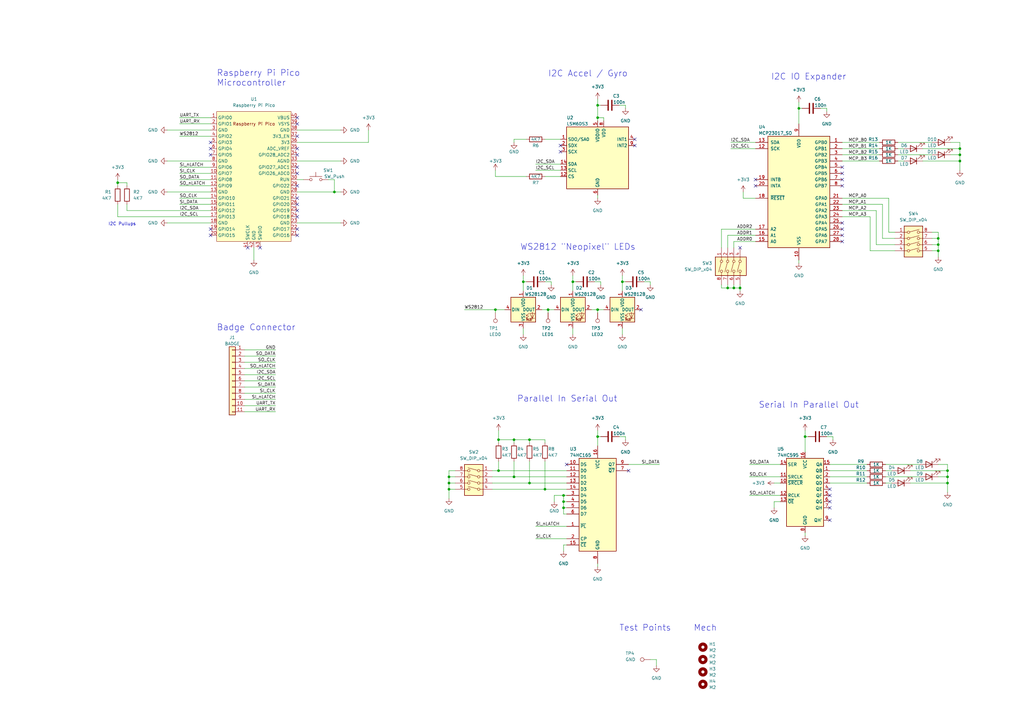
<source format=kicad_sch>
(kicad_sch (version 20230121) (generator eeschema)
  (paper "A3")
  (title_block (title "demo_pcb") (rev "0.1") (company "Josh Johnson"))
  (lib_symbols
    (symbol "74xx:74HC165"
      (property "Reference" "U" (at -7.62 19.05 0))
      (property "Value" "74HC165" (at -7.62 -21.59 0))
      (symbol "74HC165_1_0"
        (pin input line (at -12.7 -10.16 0) (length 5.08) (name "~{PL}") (number "1"))
        (pin input line (at -12.7 15.24 0) (length 5.08) (name "DS") (number "10"))
        (pin input line (at -12.7 12.7 0) (length 5.08) (name "D0") (number "11"))
        (pin input line (at -12.7 10.16 0) (length 5.08) (name "D1") (number "12"))
        (pin input line (at -12.7 7.62 0) (length 5.08) (name "D2") (number "13"))
        (pin input line (at -12.7 5.08 0) (length 5.08) (name "D3") (number "14"))
        (pin input line (at -12.7 -17.78 0) (length 5.08) (name "~{CE}") (number "15"))
        (pin power_in line (at 0 22.86 270) (length 5.08) (name "VCC") (number "16"))
        (pin input line (at -12.7 -15.24 0) (length 5.08) (name "CP") (number "2"))
        (pin input line (at -12.7 2.54 0) (length 5.08) (name "D4") (number "3"))
        (pin input line (at -12.7 0 0) (length 5.08) (name "D5") (number "4"))
        (pin input line (at -12.7 -2.54 0) (length 5.08) (name "D6") (number "5"))
        (pin input line (at -12.7 -5.08 0) (length 5.08) (name "D7") (number "6"))
        (pin output line (at 12.7 12.7 180) (length 5.08) (name "~{Q7}") (number "7"))
        (pin power_in line (at 0 -25.4 90) (length 5.08) (name "GND") (number "8"))
        (pin output line (at 12.7 15.24 180) (length 5.08) (name "Q7") (number "9"))
      )
    )
    (symbol "74xx:74HC595"
      (property "Reference" "U" (at -7.62 13.97 0))
      (property "Value" "74HC595" (at -7.62 -16.51 0))
      (symbol "74HC595_1_0"
        (pin tri_state line (at 10.16 7.62 180) (length 2.54) (name "QB") (number "1"))
        (pin input line (at -10.16 2.54 0) (length 2.54) (name "~{SRCLR}") (number "10"))
        (pin input line (at -10.16 5.08 0) (length 2.54) (name "SRCLK") (number "11"))
        (pin input line (at -10.16 -2.54 0) (length 2.54) (name "RCLK") (number "12"))
        (pin input line (at -10.16 -5.08 0) (length 2.54) (name "~{OE}") (number "13"))
        (pin input line (at -10.16 10.16 0) (length 2.54) (name "SER") (number "14"))
        (pin tri_state line (at 10.16 10.16 180) (length 2.54) (name "QA") (number "15"))
        (pin power_in line (at 0 15.24 270) (length 2.54) (name "VCC") (number "16"))
        (pin tri_state line (at 10.16 5.08 180) (length 2.54) (name "QC") (number "2"))
        (pin tri_state line (at 10.16 2.54 180) (length 2.54) (name "QD") (number "3"))
        (pin tri_state line (at 10.16 0 180) (length 2.54) (name "QE") (number "4"))
        (pin tri_state line (at 10.16 -2.54 180) (length 2.54) (name "QF") (number "5"))
        (pin tri_state line (at 10.16 -5.08 180) (length 2.54) (name "QG") (number "6"))
        (pin tri_state line (at 10.16 -7.62 180) (length 2.54) (name "QH") (number "7"))
        (pin power_in line (at 0 -17.78 90) (length 2.54) (name "GND") (number "8"))
        (pin output line (at 10.16 -12.7 180) (length 2.54) (name "QH'") (number "9"))
      )
    )
    (symbol "Connector:TestPoint" (pin_numbers hide) (pin_names (offset 0.762) hide)
      (property "Reference" "TP" (at 0 6.858 0))
      (property "Value" "TestPoint" (at 0 5.08 0))
      (symbol "TestPoint_1_1"
        (pin passive line (at 0 0 90) (length 2.54) (name "1") (number "1"))
      )
    )
    (symbol "Connector_Generic:Conn_01x11" (pin_names (offset 1.016) hide)
      (property "Reference" "J" (at 0 15.24 0))
      (property "Value" "Conn_01x11" (at 0 -15.24 0))
      (symbol "Conn_01x11_1_1"
        (pin passive line (at -5.08 12.7 0) (length 3.81) (name "Pin_1") (number "1"))
        (pin passive line (at -5.08 -10.16 0) (length 3.81) (name "Pin_10") (number "10"))
        (pin passive line (at -5.08 -12.7 0) (length 3.81) (name "Pin_11") (number "11"))
        (pin passive line (at -5.08 10.16 0) (length 3.81) (name "Pin_2") (number "2"))
        (pin passive line (at -5.08 7.62 0) (length 3.81) (name "Pin_3") (number "3"))
        (pin passive line (at -5.08 5.08 0) (length 3.81) (name "Pin_4") (number "4"))
        (pin passive line (at -5.08 2.54 0) (length 3.81) (name "Pin_5") (number "5"))
        (pin passive line (at -5.08 0 0) (length 3.81) (name "Pin_6") (number "6"))
        (pin passive line (at -5.08 -2.54 0) (length 3.81) (name "Pin_7") (number "7"))
        (pin passive line (at -5.08 -5.08 0) (length 3.81) (name "Pin_8") (number "8"))
        (pin passive line (at -5.08 -7.62 0) (length 3.81) (name "Pin_9") (number "9"))
      )
    )
    (symbol "Device:C" (pin_numbers hide) (pin_names (offset 0.254))
      (property "Reference" "C" (at 0.635 2.54 0))
      (property "Value" "C" (at 0.635 -2.54 0))
      (symbol "C_1_1"
        (pin passive line (at 0 3.81 270) (length 2.794) (name "~") (number "1"))
        (pin passive line (at 0 -3.81 90) (length 2.794) (name "~") (number "2"))
      )
    )
    (symbol "Device:LED" (pin_numbers hide) (pin_names (offset 1.016) hide)
      (property "Reference" "D" (at 0 2.54 0))
      (property "Value" "LED" (at 0 -2.54 0))
      (symbol "LED_1_1"
        (pin passive line (at -3.81 0 0) (length 2.54) (name "K") (number "1"))
        (pin passive line (at 3.81 0 180) (length 2.54) (name "A") (number "2"))
      )
    )
    (symbol "Device:R" (pin_numbers hide) (pin_names (offset 0))
      (property "Reference" "R" (at 2.032 0 90))
      (property "Value" "R" (at 0 0 90))
      (symbol "R_1_1"
        (pin passive line (at 0 3.81 270) (length 1.27) (name "~") (number "1"))
        (pin passive line (at 0 -3.81 90) (length 1.27) (name "~") (number "2"))
      )
    )
    (symbol "Interface_Expansion:MCP23017_SO" (pin_names (offset 1.016))
      (property "Reference" "U" (at -11.43 24.13 0))
      (property "Value" "MCP23017_SO" (at 0 0 0))
      (symbol "MCP23017_SO_1_1"
        (pin bidirectional line (at 17.78 20.32 180) (length 5.08) (name "GPB0") (number "1"))
        (pin power_in line (at 0 -27.94 90) (length 5.08) (name "VSS") (number "10"))
        (pin no_connect line (at -12.7 15.24 0) (length 5.08) hide (name "NC") (number "11"))
        (pin input line (at -17.78 17.78 0) (length 5.08) (name "SCK") (number "12"))
        (pin bidirectional line (at -17.78 20.32 0) (length 5.08) (name "SDA") (number "13"))
        (pin no_connect line (at -12.7 12.7 0) (length 5.08) hide (name "NC") (number "14"))
        (pin input line (at -17.78 -20.32 0) (length 5.08) (name "A0") (number "15"))
        (pin input line (at -17.78 -17.78 0) (length 5.08) (name "A1") (number "16"))
        (pin input line (at -17.78 -15.24 0) (length 5.08) (name "A2") (number "17"))
        (pin input line (at -17.78 -2.54 0) (length 5.08) (name "~{RESET}") (number "18"))
        (pin tri_state line (at -17.78 5.08 0) (length 5.08) (name "INTB") (number "19"))
        (pin bidirectional line (at 17.78 17.78 180) (length 5.08) (name "GPB1") (number "2"))
        (pin tri_state line (at -17.78 2.54 0) (length 5.08) (name "INTA") (number "20"))
        (pin bidirectional line (at 17.78 -2.54 180) (length 5.08) (name "GPA0") (number "21"))
        (pin bidirectional line (at 17.78 -5.08 180) (length 5.08) (name "GPA1") (number "22"))
        (pin bidirectional line (at 17.78 -7.62 180) (length 5.08) (name "GPA2") (number "23"))
        (pin bidirectional line (at 17.78 -10.16 180) (length 5.08) (name "GPA3") (number "24"))
        (pin bidirectional line (at 17.78 -12.7 180) (length 5.08) (name "GPA4") (number "25"))
        (pin bidirectional line (at 17.78 -15.24 180) (length 5.08) (name "GPA5") (number "26"))
        (pin bidirectional line (at 17.78 -17.78 180) (length 5.08) (name "GPA6") (number "27"))
        (pin bidirectional line (at 17.78 -20.32 180) (length 5.08) (name "GPA7") (number "28"))
        (pin bidirectional line (at 17.78 15.24 180) (length 5.08) (name "GPB2") (number "3"))
        (pin bidirectional line (at 17.78 12.7 180) (length 5.08) (name "GPB3") (number "4"))
        (pin bidirectional line (at 17.78 10.16 180) (length 5.08) (name "GPB4") (number "5"))
        (pin bidirectional line (at 17.78 7.62 180) (length 5.08) (name "GPB5") (number "6"))
        (pin bidirectional line (at 17.78 5.08 180) (length 5.08) (name "GPB6") (number "7"))
        (pin bidirectional line (at 17.78 2.54 180) (length 5.08) (name "GPB7") (number "8"))
        (pin power_in line (at 0 27.94 270) (length 5.08) (name "VDD") (number "9"))
      )
    )
    (symbol "LED:WS2812B" (pin_names (offset 0.254))
      (property "Reference" "D" (at 5.08 5.715 0))
      (property "Value" "WS2812B" (at 1.27 -5.715 0))
      (symbol "WS2812B_0_0"
        (text "RGB" (at 2.286 -4.191 0) (effects (font (size 0.762 0.762))))
      )
      (symbol "WS2812B_1_1"
        (pin power_in line (at 0 7.62 270) (length 2.54) (name "VDD") (number "1"))
        (pin output line (at 7.62 0 180) (length 2.54) (name "DOUT") (number "2"))
        (pin power_in line (at 0 -7.62 90) (length 2.54) (name "VSS") (number "3"))
        (pin input line (at -7.62 0 0) (length 2.54) (name "DIN") (number "4"))
      )
    )
    (symbol "MCU_RaspberryPi_and_Boards:RPI Pico"
      (property "Reference" "U" (at -13.97 27.94 0))
      (property "Value" "Raspberry Pi Pico" (at 0 19.05 0))
      (symbol "RPI Pico_0_0"
        (text "Raspberry Pi Pico" (at 0 21.59 0) (effects (font (size 1.27 1.27))))
      )
      (symbol "RPI Pico_1_1"
        (pin bidirectional line (at -17.78 24.13 0) (length 2.54) (name "GPIO0") (number "1"))
        (pin bidirectional line (at -17.78 1.27 0) (length 2.54) (name "GPIO7") (number "10"))
        (pin bidirectional line (at -17.78 -1.27 0) (length 2.54) (name "GPIO8") (number "11"))
        (pin bidirectional line (at -17.78 -3.81 0) (length 2.54) (name "GPIO9") (number "12"))
        (pin power_in line (at -17.78 -6.35 0) (length 2.54) (name "GND") (number "13"))
        (pin bidirectional line (at -17.78 -8.89 0) (length 2.54) (name "GPIO10") (number "14"))
        (pin bidirectional line (at -17.78 -11.43 0) (length 2.54) (name "GPIO11") (number "15"))
        (pin bidirectional line (at -17.78 -13.97 0) (length 2.54) (name "GPIO12") (number "16"))
        (pin bidirectional line (at -17.78 -16.51 0) (length 2.54) (name "GPIO13") (number "17"))
        (pin power_in line (at -17.78 -19.05 0) (length 2.54) (name "GND") (number "18"))
        (pin bidirectional line (at -17.78 -21.59 0) (length 2.54) (name "GPIO14") (number "19"))
        (pin bidirectional line (at -17.78 21.59 0) (length 2.54) (name "GPIO1") (number "2"))
        (pin bidirectional line (at -17.78 -24.13 0) (length 2.54) (name "GPIO15") (number "20"))
        (pin bidirectional line (at 17.78 -24.13 180) (length 2.54) (name "GPIO16") (number "21"))
        (pin bidirectional line (at 17.78 -21.59 180) (length 2.54) (name "GPIO17") (number "22"))
        (pin power_in line (at 17.78 -19.05 180) (length 2.54) (name "GND") (number "23"))
        (pin bidirectional line (at 17.78 -16.51 180) (length 2.54) (name "GPIO18") (number "24"))
        (pin bidirectional line (at 17.78 -13.97 180) (length 2.54) (name "GPIO19") (number "25"))
        (pin bidirectional line (at 17.78 -11.43 180) (length 2.54) (name "GPIO20") (number "26"))
        (pin bidirectional line (at 17.78 -8.89 180) (length 2.54) (name "GPIO21") (number "27"))
        (pin power_in line (at 17.78 -6.35 180) (length 2.54) (name "GND") (number "28"))
        (pin bidirectional line (at 17.78 -3.81 180) (length 2.54) (name "GPIO22") (number "29"))
        (pin power_in line (at -17.78 19.05 0) (length 2.54) (name "GND") (number "3"))
        (pin input line (at 17.78 -1.27 180) (length 2.54) (name "RUN") (number "30"))
        (pin bidirectional line (at 17.78 1.27 180) (length 2.54) (name "GPIO26_ADC0") (number "31"))
        (pin bidirectional line (at 17.78 3.81 180) (length 2.54) (name "GPIO27_ADC1") (number "32"))
        (pin power_in line (at 17.78 6.35 180) (length 2.54) (name "AGND") (number "33"))
        (pin bidirectional line (at 17.78 8.89 180) (length 2.54) (name "GPIO28_ADC2") (number "34"))
        (pin power_in line (at 17.78 11.43 180) (length 2.54) (name "ADC_VREF") (number "35"))
        (pin power_in line (at 17.78 13.97 180) (length 2.54) (name "3V3") (number "36"))
        (pin input line (at 17.78 16.51 180) (length 2.54) (name "3V3_EN") (number "37"))
        (pin bidirectional line (at 17.78 19.05 180) (length 2.54) (name "GND") (number "38"))
        (pin power_in line (at 17.78 21.59 180) (length 2.54) (name "VSYS") (number "39"))
        (pin bidirectional line (at -17.78 16.51 0) (length 2.54) (name "GPIO2") (number "4"))
        (pin power_in line (at 17.78 24.13 180) (length 2.54) (name "VBUS") (number "40"))
        (pin input line (at -2.54 -29.21 90) (length 2.54) (name "SWCLK") (number "41"))
        (pin power_in line (at 0 -29.21 90) (length 2.54) (name "GND") (number "42"))
        (pin bidirectional line (at 2.54 -29.21 90) (length 2.54) (name "SWDIO") (number "43"))
        (pin bidirectional line (at -17.78 13.97 0) (length 2.54) (name "GPIO3") (number "5"))
        (pin bidirectional line (at -17.78 11.43 0) (length 2.54) (name "GPIO4") (number "6"))
        (pin bidirectional line (at -17.78 8.89 0) (length 2.54) (name "GPIO5") (number "7"))
        (pin power_in line (at -17.78 6.35 0) (length 2.54) (name "GND") (number "8"))
        (pin bidirectional line (at -17.78 3.81 0) (length 2.54) (name "GPIO6") (number "9"))
      )
    )
    (symbol "Mechanical:MountingHole" (pin_names (offset 1.016))
      (property "Reference" "H" (at 0 5.08 0))
      (property "Value" "MountingHole" (at 0 3.175 0))
    )
    (symbol "Sensor_Motion:LSM6DS3"
      (property "Reference" "U" (at -11.43 15.24 0))
      (property "Value" "LSM6DS3" (at -11.43 12.7 0))
      (symbol "LSM6DS3_1_1"
        (pin bidirectional line (at -15.24 7.62 0) (length 2.54) (name "SDO/SA0") (number "1"))
        (pin no_connect line (at 12.7 -5.08 180) (length 3.81) hide (name "NC") (number "10"))
        (pin no_connect line (at 12.7 -2.54 180) (length 3.81) hide (name "NC") (number "11"))
        (pin input line (at -15.24 -7.62 0) (length 2.54) (name "CS") (number "12"))
        (pin input line (at -15.24 -5.08 0) (length 2.54) (name "SCL") (number "13"))
        (pin bidirectional line (at -15.24 -2.54 0) (length 2.54) (name "SDA") (number "14"))
        (pin bidirectional line (at -15.24 5.08 0) (length 2.54) (name "SDX") (number "2"))
        (pin input line (at -15.24 2.54 0) (length 2.54) (name "SCX") (number "3"))
        (pin output line (at 15.24 7.62 180) (length 2.54) (name "INT1") (number "4"))
        (pin power_in line (at 0 15.24 270) (length 2.54) (name "VDDIO") (number "5"))
        (pin power_in line (at 0 -15.24 90) (length 2.54) (name "GND") (number "6"))
        (pin passive line (at 0 -15.24 90) (length 2.54) hide (name "GND") (number "7"))
        (pin power_in line (at 2.54 15.24 270) (length 2.54) (name "VDD") (number "8"))
        (pin output line (at 15.24 5.08 180) (length 2.54) (name "INT2") (number "9"))
      )
    )
    (symbol "Switch:SW_DIP_x04" (pin_names (offset 0) hide)
      (property "Reference" "SW" (at 0 8.89 0))
      (property "Value" "SW_DIP_x04" (at 0 -6.35 0))
      (symbol "SW_DIP_x04_1_1"
        (pin passive line (at -7.62 5.08 0) (length 5.08) (name "~") (number "1"))
        (pin passive line (at -7.62 2.54 0) (length 5.08) (name "~") (number "2"))
        (pin passive line (at -7.62 0 0) (length 5.08) (name "~") (number "3"))
        (pin passive line (at -7.62 -2.54 0) (length 5.08) (name "~") (number "4"))
        (pin passive line (at 7.62 -2.54 180) (length 5.08) (name "~") (number "5"))
        (pin passive line (at 7.62 0 180) (length 5.08) (name "~") (number "6"))
        (pin passive line (at 7.62 2.54 180) (length 5.08) (name "~") (number "7"))
        (pin passive line (at 7.62 5.08 180) (length 5.08) (name "~") (number "8"))
      )
    )
    (symbol "Switch:SW_Push" (pin_numbers hide) (pin_names (offset 1.016) hide)
      (property "Reference" "SW" (at 1.27 2.54 0))
      (property "Value" "SW_Push" (at 0 -1.524 0))
      (symbol "SW_Push_0_1"
        (pin passive line (at -5.08 0 0) (length 2.54) (name "1") (number "1"))
        (pin passive line (at 5.08 0 180) (length 2.54) (name "2") (number "2"))
      )
    )
    (symbol "power:+3V3" (power) (pin_names (offset 0))
      (property "Value" "+3V3" (at 0 3.556 0))
      (symbol "+3V3_1_1"
        (pin power_in line (at 0 0 90) (length 0) hide (name "+3V3") (number "1"))
      )
    )
    (symbol "power:GND" (power) (pin_names (offset 0))
      (property "Value" "GND" (at 0 -3.81 0))
      (symbol "GND_1_1"
        (pin power_in line (at 0 0 270) (length 0) hide (name "GND") (number "1"))
      )
    )
  )
  (junction (at 184.15 200.66))
  (junction (at 210.82 180.34))
  (junction (at 384.81 100.33))
  (junction (at 255.27 115.57))
  (junction (at 224.79 127))
  (junction (at 245.11 48.26))
  (junction (at 204.47 180.34))
  (junction (at 330.2 179.07))
  (junction (at 204.47 193.04))
  (junction (at 184.15 198.12))
  (junction (at 384.81 97.79))
  (junction (at 231.14 203.2))
  (junction (at 245.11 179.07))
  (junction (at 231.14 208.28))
  (junction (at 303.53 118.11))
  (junction (at 210.82 195.58))
  (junction (at 214.63 115.57))
  (junction (at 137.16 78.74))
  (junction (at 231.14 205.74))
  (junction (at 203.2 127))
  (junction (at 217.17 180.34))
  (junction (at 327.66 44.45))
  (junction (at 388.62 195.58))
  (junction (at 48.26 74.93))
  (junction (at 388.62 198.12))
  (junction (at 184.15 195.58))
  (junction (at 388.62 193.04))
  (junction (at 393.7 60.96))
  (junction (at 300.99 118.11))
  (junction (at 384.81 102.87))
  (junction (at 217.17 198.12))
  (junction (at 245.11 127))
  (junction (at 393.7 66.04))
  (junction (at 223.52 200.66))
  (junction (at 234.95 115.57))
  (junction (at 393.7 63.5))
  (junction (at 298.45 118.11))
  (junction (at 245.11 43.18))
  (no_connect (at 121.92 63.5))
  (no_connect (at 121.92 60.96))
  (no_connect (at 340.36 205.74))
  (no_connect (at 121.92 76.2))
  (no_connect (at 260.35 57.15))
  (no_connect (at 121.92 83.82))
  (no_connect (at 86.36 93.98))
  (no_connect (at 345.44 93.98))
  (no_connect (at 345.44 68.58))
  (no_connect (at 121.92 48.26))
  (no_connect (at 309.88 76.2))
  (no_connect (at 121.92 50.8))
  (no_connect (at 345.44 99.06))
  (no_connect (at 121.92 88.9))
  (no_connect (at 121.92 55.88))
  (no_connect (at 121.92 86.36))
  (no_connect (at 345.44 71.12))
  (no_connect (at 345.44 96.52))
  (no_connect (at 340.36 200.66))
  (no_connect (at 340.36 213.36))
  (no_connect (at 232.41 190.5))
  (no_connect (at 86.36 96.52))
  (no_connect (at 257.81 193.04))
  (no_connect (at 345.44 73.66))
  (no_connect (at 345.44 76.2))
  (no_connect (at 121.92 71.12))
  (no_connect (at 121.92 81.28))
  (no_connect (at 121.92 96.52))
  (no_connect (at 262.89 127))
  (no_connect (at 101.6 101.6))
  (no_connect (at 86.36 58.42))
  (no_connect (at 345.44 91.44))
  (no_connect (at 303.53 101.6))
  (no_connect (at 340.36 203.2))
  (no_connect (at 121.92 93.98))
  (no_connect (at 106.68 101.6))
  (no_connect (at 229.87 59.69))
  (no_connect (at 121.92 68.58))
  (no_connect (at 309.88 73.66))
  (no_connect (at 260.35 59.69))
  (no_connect (at 86.36 60.96))
  (no_connect (at 340.36 208.28))
  (no_connect (at 229.87 62.23))
  (no_connect (at 86.36 63.5))
  (wire (pts (xy 223.52 57.15) (xy 229.87 57.15)))
  (wire (pts (xy 384.81 190.5) (xy 388.62 190.5)))
  (wire (pts (xy 184.15 200.66) (xy 184.15 204.47)))
  (wire (pts (xy 317.5 205.74) (xy 320.04 205.74)))
  (wire (pts (xy 121.92 53.34) (xy 139.7 53.34)))
  (wire (pts (xy 255.27 115.57) (xy 255.27 119.38)))
  (wire (pts (xy 201.93 198.12) (xy 217.17 198.12)))
  (wire (pts (xy 382.27 95.25) (xy 384.81 95.25)))
  (wire (pts (xy 345.44 86.36) (xy 359.41 86.36)))
  (wire (pts (xy 384.81 95.25) (xy 384.81 97.79)))
  (wire (pts (xy 203.2 128.27) (xy 203.2 127)))
  (wire (pts (xy 368.3 66.04) (xy 370.84 66.04)))
  (wire (pts (xy 245.11 179.07) (xy 245.11 182.88)))
  (wire (pts (xy 223.52 115.57) (xy 226.06 115.57)))
  (wire (pts (xy 121.92 66.04) (xy 139.7 66.04)))
  (wire (pts (xy 303.53 118.11) (xy 303.53 119.38)))
  (wire (pts (xy 100.33 148.59) (xy 113.03 148.59)))
  (wire (pts (xy 73.66 50.8) (xy 86.36 50.8)))
  (wire (pts (xy 356.87 102.87) (xy 367.03 102.87)))
  (wire (pts (xy 257.81 190.5) (xy 270.51 190.5)))
  (wire (pts (xy 223.52 200.66) (xy 232.41 200.66)))
  (wire (pts (xy 223.52 189.23) (xy 223.52 200.66)))
  (wire (pts (xy 368.3 58.42) (xy 382.27 58.42)))
  (wire (pts (xy 86.36 78.74) (xy 68.58 78.74)))
  (wire (pts (xy 219.71 67.31) (xy 229.87 67.31)))
  (wire (pts (xy 73.66 48.26) (xy 86.36 48.26)))
  (wire (pts (xy 100.33 151.13) (xy 113.03 151.13)))
  (wire (pts (xy 368.3 63.5) (xy 382.27 63.5)))
  (wire (pts (xy 269.24 270.51) (xy 269.24 273.05)))
  (wire (pts (xy 217.17 180.34) (xy 223.52 180.34)))
  (wire (pts (xy 255.27 137.16) (xy 255.27 134.62)))
  (wire (pts (xy 245.11 231.14) (xy 245.11 232.41)))
  (wire (pts (xy 345.44 63.5) (xy 360.68 63.5)))
  (wire (pts (xy 100.33 166.37) (xy 113.03 166.37)))
  (wire (pts (xy 295.91 93.98) (xy 309.88 93.98)))
  (wire (pts (xy 388.62 190.5) (xy 388.62 193.04)))
  (wire (pts (xy 232.41 220.98) (xy 219.71 220.98)))
  (wire (pts (xy 363.22 190.5) (xy 377.19 190.5)))
  (wire (pts (xy 345.44 88.9) (xy 356.87 88.9)))
  (wire (pts (xy 210.82 195.58) (xy 232.41 195.58)))
  (wire (pts (xy 382.27 100.33) (xy 384.81 100.33)))
  (wire (pts (xy 242.57 127) (xy 245.11 127)))
  (wire (pts (xy 295.91 118.11) (xy 295.91 116.84)))
  (wire (pts (xy 231.14 205.74) (xy 231.14 208.28)))
  (wire (pts (xy 184.15 193.04) (xy 184.15 195.58)))
  (wire (pts (xy 245.11 127) (xy 247.65 127)))
  (wire (pts (xy 245.11 176.53) (xy 245.11 179.07)))
  (wire (pts (xy 339.09 179.07) (xy 341.63 179.07)))
  (wire (pts (xy 100.33 158.75) (xy 113.03 158.75)))
  (wire (pts (xy 48.26 74.93) (xy 48.26 76.2)))
  (wire (pts (xy 330.2 218.44) (xy 330.2 219.71)))
  (wire (pts (xy 100.33 146.05) (xy 113.03 146.05)))
  (wire (pts (xy 231.14 210.82) (xy 232.41 210.82)))
  (wire (pts (xy 121.92 58.42) (xy 151.13 58.42)))
  (wire (pts (xy 86.36 81.28) (xy 73.66 81.28)))
  (wire (pts (xy 223.52 72.39) (xy 229.87 72.39)))
  (wire (pts (xy 186.69 195.58) (xy 184.15 195.58)))
  (wire (pts (xy 86.36 68.58) (xy 73.66 68.58)))
  (wire (pts (xy 245.11 80.01) (xy 245.11 81.28)))
  (wire (pts (xy 104.14 106.68) (xy 104.14 101.6)))
  (wire (pts (xy 320.04 190.5) (xy 307.34 190.5)))
  (wire (pts (xy 361.95 97.79) (xy 367.03 97.79)))
  (wire (pts (xy 86.36 53.34) (xy 68.58 53.34)))
  (wire (pts (xy 339.09 44.45) (xy 339.09 45.72)))
  (wire (pts (xy 190.5 127) (xy 203.2 127)))
  (wire (pts (xy 300.99 99.06) (xy 300.99 101.6)))
  (wire (pts (xy 327.66 106.68) (xy 327.66 107.95)))
  (wire (pts (xy 204.47 193.04) (xy 232.41 193.04)))
  (wire (pts (xy 393.7 58.42) (xy 393.7 60.96)))
  (wire (pts (xy 266.7 115.57) (xy 266.7 116.84)))
  (wire (pts (xy 100.33 156.21) (xy 113.03 156.21)))
  (wire (pts (xy 345.44 81.28) (xy 364.49 81.28)))
  (wire (pts (xy 388.62 195.58) (xy 388.62 198.12)))
  (wire (pts (xy 245.11 43.18) (xy 245.11 48.26)))
  (wire (pts (xy 100.33 143.51) (xy 113.03 143.51)))
  (wire (pts (xy 254 179.07) (xy 256.54 179.07)))
  (wire (pts (xy 304.8 78.74) (xy 304.8 81.28)))
  (wire (pts (xy 359.41 100.33) (xy 367.03 100.33)))
  (wire (pts (xy 345.44 66.04) (xy 360.68 66.04)))
  (wire (pts (xy 48.26 88.9) (xy 86.36 88.9)))
  (wire (pts (xy 336.55 44.45) (xy 339.09 44.45)))
  (wire (pts (xy 393.7 66.04) (xy 393.7 69.85)))
  (wire (pts (xy 231.14 203.2) (xy 231.14 205.74)))
  (wire (pts (xy 388.62 193.04) (xy 388.62 195.58)))
  (wire (pts (xy 137.16 73.66) (xy 137.16 78.74)))
  (wire (pts (xy 210.82 189.23) (xy 210.82 195.58)))
  (wire (pts (xy 214.63 137.16) (xy 214.63 134.62)))
  (wire (pts (xy 256.54 179.07) (xy 256.54 180.34)))
  (wire (pts (xy 363.22 193.04) (xy 365.76 193.04)))
  (wire (pts (xy 309.88 96.52) (xy 298.45 96.52)))
  (wire (pts (xy 255.27 113.03) (xy 255.27 115.57)))
  (wire (pts (xy 330.2 176.53) (xy 330.2 179.07)))
  (wire (pts (xy 227.33 203.2) (xy 231.14 203.2)))
  (wire (pts (xy 121.92 91.44) (xy 139.7 91.44)))
  (wire (pts (xy 320.04 203.2) (xy 307.34 203.2)))
  (wire (pts (xy 100.33 168.91) (xy 113.03 168.91)))
  (wire (pts (xy 231.14 203.2) (xy 232.41 203.2)))
  (wire (pts (xy 298.45 116.84) (xy 298.45 118.11)))
  (wire (pts (xy 303.53 118.11) (xy 300.99 118.11)))
  (wire (pts (xy 234.95 115.57) (xy 236.22 115.57)))
  (wire (pts (xy 86.36 76.2) (xy 73.66 76.2)))
  (wire (pts (xy 86.36 91.44) (xy 68.58 91.44)))
  (wire (pts (xy 86.36 83.82) (xy 73.66 83.82)))
  (wire (pts (xy 203.2 127) (xy 207.01 127)))
  (wire (pts (xy 151.13 58.42) (xy 151.13 53.34)))
  (wire (pts (xy 201.93 200.66) (xy 223.52 200.66)))
  (wire (pts (xy 384.81 100.33) (xy 384.81 102.87)))
  (wire (pts (xy 100.33 163.83) (xy 113.03 163.83)))
  (wire (pts (xy 345.44 58.42) (xy 360.68 58.42)))
  (wire (pts (xy 361.95 83.82) (xy 361.95 97.79)))
  (wire (pts (xy 264.16 115.57) (xy 266.7 115.57)))
  (wire (pts (xy 330.2 179.07) (xy 330.2 185.42)))
  (wire (pts (xy 384.81 97.79) (xy 384.81 100.33)))
  (wire (pts (xy 203.2 69.85) (xy 203.2 72.39)))
  (wire (pts (xy 217.17 180.34) (xy 217.17 181.61)))
  (wire (pts (xy 224.79 127) (xy 227.33 127)))
  (wire (pts (xy 393.7 60.96) (xy 393.7 63.5)))
  (wire (pts (xy 226.06 115.57) (xy 226.06 116.84)))
  (wire (pts (xy 255.27 115.57) (xy 256.54 115.57)))
  (wire (pts (xy 299.72 58.42) (xy 309.88 58.42)))
  (wire (pts (xy 214.63 115.57) (xy 214.63 119.38)))
  (wire (pts (xy 184.15 195.58) (xy 184.15 198.12)))
  (wire (pts (xy 210.82 180.34) (xy 217.17 180.34)))
  (wire (pts (xy 378.46 66.04) (xy 393.7 66.04)))
  (wire (pts (xy 217.17 198.12) (xy 232.41 198.12)))
  (wire (pts (xy 234.95 113.03) (xy 234.95 115.57)))
  (wire (pts (xy 186.69 193.04) (xy 184.15 193.04)))
  (wire (pts (xy 245.11 179.07) (xy 246.38 179.07)))
  (wire (pts (xy 245.11 128.27) (xy 245.11 127)))
  (wire (pts (xy 340.36 195.58) (xy 355.6 195.58)))
  (wire (pts (xy 378.46 60.96) (xy 393.7 60.96)))
  (wire (pts (xy 86.36 66.04) (xy 68.58 66.04)))
  (wire (pts (xy 245.11 48.26) (xy 247.65 48.26)))
  (wire (pts (xy 245.11 43.18) (xy 246.38 43.18)))
  (wire (pts (xy 52.07 86.36) (xy 86.36 86.36)))
  (wire (pts (xy 345.44 60.96) (xy 360.68 60.96)))
  (wire (pts (xy 368.3 60.96) (xy 370.84 60.96)))
  (wire (pts (xy 100.33 161.29) (xy 113.03 161.29)))
  (wire (pts (xy 100.33 153.67) (xy 113.03 153.67)))
  (wire (pts (xy 134.62 73.66) (xy 137.16 73.66)))
  (wire (pts (xy 231.14 223.52) (xy 231.14 226.06)))
  (wire (pts (xy 231.14 223.52) (xy 232.41 223.52)))
  (wire (pts (xy 52.07 74.93) (xy 52.07 76.2)))
  (wire (pts (xy 393.7 63.5) (xy 393.7 66.04)))
  (wire (pts (xy 73.66 55.88) (xy 86.36 55.88)))
  (wire (pts (xy 217.17 189.23) (xy 217.17 198.12)))
  (wire (pts (xy 356.87 88.9) (xy 356.87 102.87)))
  (wire (pts (xy 388.62 198.12) (xy 388.62 201.93)))
  (wire (pts (xy 204.47 189.23) (xy 204.47 193.04)))
  (wire (pts (xy 320.04 198.12) (xy 317.5 198.12)))
  (wire (pts (xy 227.33 205.74) (xy 227.33 203.2)))
  (wire (pts (xy 320.04 195.58) (xy 307.34 195.58)))
  (wire (pts (xy 121.92 78.74) (xy 137.16 78.74)))
  (wire (pts (xy 186.69 200.66) (xy 184.15 200.66)))
  (wire (pts (xy 86.36 71.12) (xy 73.66 71.12)))
  (wire (pts (xy 86.36 73.66) (xy 73.66 73.66)))
  (wire (pts (xy 48.26 73.66) (xy 48.26 74.93)))
  (wire (pts (xy 234.95 115.57) (xy 234.95 119.38)))
  (wire (pts (xy 204.47 180.34) (xy 210.82 180.34)))
  (wire (pts (xy 382.27 97.79) (xy 384.81 97.79)))
  (wire (pts (xy 224.79 128.27) (xy 224.79 127)))
  (wire (pts (xy 364.49 95.25) (xy 367.03 95.25)))
  (wire (pts (xy 317.5 205.74) (xy 317.5 208.28)))
  (wire (pts (xy 389.89 58.42) (xy 393.7 58.42)))
  (wire (pts (xy 243.84 115.57) (xy 246.38 115.57)))
  (wire (pts (xy 363.22 198.12) (xy 365.76 198.12)))
  (wire (pts (xy 223.52 180.34) (xy 223.52 181.61)))
  (wire (pts (xy 327.66 44.45) (xy 328.93 44.45)))
  (wire (pts (xy 232.41 215.9) (xy 219.71 215.9)))
  (wire (pts (xy 364.49 81.28) (xy 364.49 95.25)))
  (wire (pts (xy 299.72 60.96) (xy 309.88 60.96)))
  (wire (pts (xy 373.38 193.04) (xy 388.62 193.04)))
  (wire (pts (xy 340.36 193.04) (xy 355.6 193.04)))
  (wire (pts (xy 234.95 137.16) (xy 234.95 134.62)))
  (wire (pts (xy 298.45 96.52) (xy 298.45 101.6)))
  (wire (pts (xy 309.88 81.28) (xy 304.8 81.28)))
  (wire (pts (xy 52.07 83.82) (xy 52.07 86.36)))
  (wire (pts (xy 327.66 41.91) (xy 327.66 44.45)))
  (wire (pts (xy 121.92 73.66) (xy 124.46 73.66)))
  (wire (pts (xy 340.36 190.5) (xy 355.6 190.5)))
  (wire (pts (xy 245.11 40.64) (xy 245.11 43.18)))
  (wire (pts (xy 327.66 44.45) (xy 327.66 50.8)))
  (wire (pts (xy 266.7 270.51) (xy 269.24 270.51)))
  (wire (pts (xy 384.81 102.87) (xy 384.81 105.41)))
  (wire (pts (xy 184.15 198.12) (xy 184.15 200.66)))
  (wire (pts (xy 186.69 198.12) (xy 184.15 198.12)))
  (wire (pts (xy 210.82 180.34) (xy 210.82 181.61)))
  (wire (pts (xy 231.14 208.28) (xy 231.14 210.82)))
  (wire (pts (xy 309.88 99.06) (xy 300.99 99.06)))
  (wire (pts (xy 254 43.18) (xy 256.54 43.18)))
  (wire (pts (xy 48.26 83.82) (xy 48.26 88.9)))
  (wire (pts (xy 214.63 115.57) (xy 215.9 115.57)))
  (wire (pts (xy 231.14 205.74) (xy 232.41 205.74)))
  (wire (pts (xy 363.22 195.58) (xy 377.19 195.58)))
  (wire (pts (xy 295.91 93.98) (xy 295.91 101.6)))
  (wire (pts (xy 214.63 113.03) (xy 214.63 115.57)))
  (wire (pts (xy 345.44 83.82) (xy 361.95 83.82)))
  (wire (pts (xy 389.89 63.5) (xy 393.7 63.5)))
  (wire (pts (xy 340.36 198.12) (xy 355.6 198.12)))
  (wire (pts (xy 201.93 195.58) (xy 210.82 195.58)))
  (wire (pts (xy 300.99 118.11) (xy 298.45 118.11)))
  (wire (pts (xy 330.2 179.07) (xy 331.47 179.07)))
  (wire (pts (xy 222.25 127) (xy 224.79 127)))
  (wire (pts (xy 384.81 195.58) (xy 388.62 195.58)))
  (wire (pts (xy 219.71 69.85) (xy 229.87 69.85)))
  (wire (pts (xy 204.47 180.34) (xy 204.47 181.61)))
  (wire (pts (xy 246.38 115.57) (xy 246.38 116.84)))
  (wire (pts (xy 256.54 43.18) (xy 256.54 44.45)))
  (wire (pts (xy 245.11 48.26) (xy 245.11 49.53)))
  (wire (pts (xy 137.16 78.74) (xy 139.7 78.74)))
  (wire (pts (xy 382.27 102.87) (xy 384.81 102.87)))
  (wire (pts (xy 298.45 118.11) (xy 295.91 118.11)))
  (wire (pts (xy 215.9 57.15) (xy 210.82 57.15)))
  (wire (pts (xy 359.41 86.36) (xy 359.41 100.33)))
  (wire (pts (xy 373.38 198.12) (xy 388.62 198.12)))
  (wire (pts (xy 201.93 193.04) (xy 204.47 193.04)))
  (wire (pts (xy 300.99 116.84) (xy 300.99 118.11)))
  (wire (pts (xy 341.63 179.07) (xy 341.63 180.34)))
  (wire (pts (xy 204.47 176.53) (xy 204.47 180.34)))
  (wire (pts (xy 303.53 116.84) (xy 303.53 118.11)))
  (wire (pts (xy 203.2 72.39) (xy 215.9 72.39)))
  (wire (pts (xy 247.65 48.26) (xy 247.65 49.53)))
  (wire (pts (xy 48.26 74.93) (xy 52.07 74.93)))
  (wire (pts (xy 210.82 57.15) (xy 210.82 58.42)))
  (wire (pts (xy 231.14 208.28) (xy 232.41 208.28)))
  (text "Badge Connector" (at 88.9 135.89 0) (effects (font (size 2.5 2.5)) (justify left bottom)))
  (text "I2C IO Expander" (at 316.23 33.02 0) (effects (font (size 2.5 2.5)) (justify left bottom)))
  (text "Parallel In Serial Out" (at 212.09 165.1 0) (effects (font (size 2.5 2.5)) (justify left bottom)))
  (text "Raspberry Pi Pico\nMicrocontroller" (at 88.9 35.56 0) (effects (font (size 2.5 2.5)) (justify left bottom)))
  (text "I2C Pullups" (at 44.45 92.71 0) (effects (font (size 1.27 1.27)) (justify left bottom)))
  (text "WS2812 \"Neopixel\" LEDs" (at 213.36 102.87 0) (effects (font (size 2.5 2.5)) (justify left bottom)))
  (text "Test Points" (at 254 259.08 0) (effects (font (size 2.5 2.5)) (justify left bottom)))
  (text "Mech" (at 284.48 259.08 0) (effects (font (size 2.5 2.5)) (justify left bottom)))
  (text "I2C Accel / Gyro" (at 224.79 31.75 0) (effects (font (size 2.5 2.5)) (justify left bottom)))
  (text "Serial In Parallel Out" (at 311.15 167.64 0) (effects (font (size 2.5 2.5)) (justify left bottom)))
  (label "I2C_SCL" (at 299.72 60.96 0))
  (label "I2C_SDA" (at 219.71 67.31 0))
  (label "I2C_SDA" (at 299.72 58.42 0))
  (label "SO_CLK" (at 113.03 148.59 180))
  (label "SO_nLATCH" (at 113.03 151.13 180))
  (label "MCP_A3" (at 347.98 88.9 0))
  (label "I2C_SCL" (at 219.71 69.85 0))
  (label "SI_CLK" (at 219.71 220.98 0))
  (label "MCP_A2" (at 347.98 86.36 0))
  (label "WS2812" (at 190.5 127 0))
  (label "MCP_B1" (at 347.98 60.96 0))
  (label "ADDR0" (at 302.26 99.06 0))
  (label "MCP_A1" (at 347.98 83.82 0))
  (label "SI_nLATCH" (at 219.71 215.9 0))
  (label "UART_RX" (at 113.03 168.91 180))
  (label "MCP_B3" (at 347.98 66.04 0))
  (label "I2C_SCL" (at 113.03 156.21 180))
  (label "I2C_SCL" (at 73.66 88.9 0))
  (label "ADDR2" (at 302.26 93.98 0))
  (label "SI_nLATCH" (at 73.66 68.58 0))
  (label "SO_nLATCH" (at 73.66 76.2 0))
  (label "SO_CLK" (at 307.34 195.58 0))
  (label "SO_DATA" (at 73.66 73.66 0))
  (label "SI_DATA" (at 270.51 190.5 180))
  (label "UART_TX" (at 113.03 166.37 180))
  (label "MCP_B0" (at 347.98 58.42 0))
  (label "SI_CLK" (at 73.66 71.12 0))
  (label "I2C_SDA" (at 73.66 86.36 0))
  (label "SO_nLATCH" (at 307.34 203.2 0))
  (label "SI_DATA" (at 73.66 83.82 0))
  (label "SI_DATA" (at 113.03 158.75 180))
  (label "UART_RX" (at 73.66 50.8 0))
  (label "MCP_B2" (at 347.98 63.5 0))
  (label "UART_TX" (at 73.66 48.26 0))
  (label "GND" (at 113.03 143.51 180))
  (label "SO_DATA" (at 113.03 146.05 180))
  (label "SI_CLK" (at 113.03 161.29 180))
  (label "SO_CLK" (at 73.66 81.28 0))
  (label "WS2812" (at 73.66 55.88 0))
  (label "MCP_A0" (at 347.98 81.28 0))
  (label "I2C_SDA" (at 113.03 153.67 180))
  (label "SI_nLATCH" (at 113.03 163.83 180))
  (label "ADDR1" (at 302.26 96.52 0))
  (label "SO_DATA" (at 307.34 190.5 0))
  (symbol (lib_id "power:GND") (at 246.38 116.84 0) (unit 1)
    (property "Reference" "#PWR016" (effects hide))
    (property "Value" "GND" (at 246.38 121.92 0))
  )
  (symbol (lib_id "power:GND") (at 226.06 116.84 0) (unit 1)
    (property "Reference" "#PWR012" (effects hide))
    (property "Value" "GND" (at 226.06 121.92 0))
  )
  (symbol (lib_id "power:GND") (at 68.58 53.34 270) (mirror x) (unit 1)
    (property "Reference" "#PWR08" (effects hide))
    (property "Value" "GND" (at 64.77 53.34 90) (effects (justify right)))
  )
  (symbol (lib_id "power:GND") (at 393.7 69.85 0) (unit 1)
    (property "Reference" "#PWR031" (effects hide))
    (property "Value" "GND" (at 393.7 74.93 0))
  )
  (symbol (lib_id "power:+3V3") (at 327.66 41.91 0) (unit 1)
    (property "Reference" "#PWR026" (effects hide))
    (property "Value" "+3V3" (at 327.66 36.83 0))
  )
  (symbol (lib_id "MCU_RaspberryPi_and_Boards:RPI Pico") (at 104.14 72.39 0) (unit 1)
    (property "Reference" "U1" (at 104.14 40.64 0))
    (property "Value" "Raspberry Pi Pico" (at 104.14 43.18 0))
    (property "Footprint" "josh-module:RPi_Pico_SMD_TH" (effects hide))
  )
  (symbol (lib_id "power:GND") (at 104.14 106.68 0) (unit 1)
    (property "Reference" "#PWR05" (effects hide))
    (property "Value" "GND" (at 104.14 111.76 0))
  )
  (symbol (lib_id "power:+3V3") (at 214.63 113.03 0) (unit 1)
    (property "Reference" "#PWR013" (effects hide))
    (property "Value" "+3V3" (at 214.63 107.95 0))
  )
  (symbol (lib_id "power:GND") (at 341.63 180.34 0) (unit 1)
    (property "Reference" "#PWR034" (effects hide))
    (property "Value" "GND" (at 341.63 185.42 0))
  )
  (symbol (lib_id "Device:C") (at 250.19 43.18 90) (unit 1)
    (property "Reference" "C3" (at 252.73 39.37 90))
    (property "Value" "100n" (at 254 41.91 90))
    (property "Footprint" "Capacitor_SMD:C_0603_1608Metric" (effects hide))
    (property "LCSC" "C14663" (effects hide))
  )
  (symbol (lib_id "Connector_Generic:Conn_01x11") (at 95.25 156.21 0) (mirror y) (unit 1)
    (property "Reference" "J1" (at 95.25 138.43 0))
    (property "Value" "BADGE" (at 95.25 140.97 0))
    (property "Footprint" "Connector_PinSocket_2.54mm:PinSocket_1x11_P2.54mm_Horizontal" (effects hide))
  )
  (symbol (lib_id "Connector:TestPoint") (at 266.7 270.51 90) (unit 1)
    (property "Reference" "TP4" (at 256.54 267.97 90) (effects (justify right)))
    (property "Value" "GND" (at 256.54 270.51 90) (effects (justify right)))
    (property "Footprint" "josh-connectors:PinHeader_1x01_P2.54mm_Circle" (effects hide))
  )
  (symbol (lib_id "74xx:74HC165") (at 245.11 205.74 0) (unit 1)
    (property "Reference" "U3" (at 233.68 184.15 0) (effects (justify left)))
    (property "Value" "74HC165" (at 233.68 186.69 0) (effects (justify left)))
    (property "Footprint" "Package_SO:SO-16_3.9x9.9mm_P1.27mm" (effects hide))
    (property "Datasheet" "https://assets.nexperia.com/documents/data-sheet/74HC_HCT165.pdf" (effects hide))
    (property "LCSC" "C5613" (effects hide))
  )
  (symbol (lib_id "power:GND") (at 231.14 226.06 0) (mirror y) (unit 1)
    (property "Reference" "#PWR044" (effects hide))
    (property "Value" "GND" (at 231.14 231.14 0))
  )
  (symbol (lib_id "Connector:TestPoint") (at 224.79 128.27 180) (unit 1)
    (property "Reference" "TP2" (at 222.25 134.62 0) (effects (justify right)))
    (property "Value" "LED1" (at 222.25 137.16 0) (effects (justify right)))
    (property "Footprint" "josh-connectors:PinHeader_1x01_P2.54mm_Circle" (effects hide))
  )
  (symbol (lib_id "Sensor_Motion:LSM6DS3") (at 245.11 64.77 0) (unit 1)
    (property "Reference" "U2" (at 232.41 48.26 0) (effects (justify left)))
    (property "Value" "LSM6DS3" (at 232.41 50.8 0) (effects (justify left)))
    (property "Footprint" "Package_LGA:LGA-14_3x2.5mm_P0.5mm_LayoutBorder3x4y" (effects hide))
    (property "Datasheet" "https://www.st.com/resource/en/datasheet/lsm6ds3tr-c.pdf" (effects hide))
    (property "LCSC" "C95230" (effects hide))
  )
  (symbol (lib_id "Device:R") (at 364.49 58.42 90) (unit 1)
    (property "Reference" "R13" (at 358.14 57.15 90))
    (property "Value" "1K" (at 364.49 58.42 90))
    (property "Footprint" "Resistor_SMD:R_0603_1608Metric" (effects hide))
    (property "LCSC" "C21190" (effects hide))
  )
  (symbol (lib_id "Mechanical:MountingHole") (at 288.29 265.43 0) (unit 1) (in_bom no)
    (property "Reference" "H1" (at 290.83 264.16 0) (effects (justify left)))
    (property "Value" "M2" (at 290.83 266.7 0) (effects (justify left)))
    (property "Footprint" "MountingHole:MountingHole_2.2mm_M2_DIN965_Pad" (effects hide))
  )
  (symbol (lib_id "power:GND") (at 245.11 232.41 0) (mirror y) (unit 1)
    (property "Reference" "#PWR039" (effects hide))
    (property "Value" "GND" (at 245.11 237.49 0))
  )
  (symbol (lib_id "Interface_Expansion:MCP23017_SO") (at 327.66 78.74 0) (unit 1)
    (property "Reference" "U4" (at 311.15 52.07 0) (effects (justify left)))
    (property "Value" "MCP23017_SO" (at 311.15 54.61 0) (effects (justify left)))
    (property "Footprint" "Package_SO:SOIC-28W_7.5x17.9mm_P1.27mm" (effects hide))
    (property "Datasheet" "http://ww1.microchip.com/downloads/en/DeviceDoc/20001952C.pdf" (effects hide))
    (property "LCSC" "C629440" (effects hide))
  )
  (symbol (lib_id "power:GND") (at 214.63 137.16 0) (unit 1)
    (property "Reference" "#PWR011" (effects hide))
    (property "Value" "GND" (at 214.63 142.24 0))
  )
  (symbol (lib_id "Device:R") (at 217.17 185.42 0) (unit 1)
    (property "Reference" "R5" (at 218.44 184.15 0) (effects (justify left)))
    (property "Value" "4K7" (at 218.44 186.69 0) (effects (justify left)))
    (property "Footprint" "Resistor_SMD:R_0603_1608Metric" (effects hide))
    (property "LCSC" "C23162" (effects hide))
  )
  (symbol (lib_id "power:+3V3") (at 203.2 69.85 0) (unit 1)
    (property "Reference" "#PWR020" (effects hide))
    (property "Value" "+3V3" (at 203.2 66.04 0))
  )
  (symbol (lib_id "power:GND") (at 139.7 66.04 90) (mirror x) (unit 1)
    (property "Reference" "#PWR03" (effects hide))
    (property "Value" "GND" (at 143.51 66.04 90) (effects (justify right)))
  )
  (symbol (lib_id "power:GND") (at 234.95 137.16 0) (unit 1)
    (property "Reference" "#PWR015" (effects hide))
    (property "Value" "GND" (at 234.95 142.24 0))
  )
  (symbol (lib_id "power:GND") (at 256.54 180.34 0) (unit 1)
    (property "Reference" "#PWR036" (effects hide))
    (property "Value" "GND" (at 256.54 185.42 0))
  )
  (symbol (lib_id "Device:R") (at 210.82 185.42 0) (unit 1)
    (property "Reference" "R4" (at 212.09 184.15 0) (effects (justify left)))
    (property "Value" "4K7" (at 212.09 186.69 0) (effects (justify left)))
    (property "Footprint" "Resistor_SMD:R_0603_1608Metric" (effects hide))
    (property "LCSC" "C23162" (effects hide))
  )
  (symbol (lib_id "power:GND") (at 210.82 58.42 0) (unit 1)
    (property "Reference" "#PWR025" (effects hide))
    (property "Value" "GND" (at 210.82 62.23 0))
  )
  (symbol (lib_id "Device:C") (at 250.19 179.07 90) (unit 1)
    (property "Reference" "C4" (at 252.73 175.26 90))
    (property "Value" "100n" (at 254 177.8 90))
    (property "Footprint" "Capacitor_SMD:C_0603_1608Metric" (effects hide))
    (property "LCSC" "C14663" (effects hide))
  )
  (symbol (lib_id "power:+3V3") (at 330.2 176.53 0) (unit 1)
    (property "Reference" "#PWR033" (effects hide))
    (property "Value" "+3V3" (at 330.2 171.45 0))
  )
  (symbol (lib_id "power:GND") (at 388.62 201.93 0) (unit 1)
    (property "Reference" "#PWR041" (effects hide))
    (property "Value" "GND" (at 388.62 207.01 0))
  )
  (symbol (lib_id "power:GND") (at 139.7 78.74 90) (mirror x) (unit 1)
    (property "Reference" "#PWR02" (effects hide))
    (property "Value" "GND" (at 143.51 78.74 90) (effects (justify right)))
  )
  (symbol (lib_id "power:+3V3") (at 304.8 78.74 0) (unit 1)
    (property "Reference" "#PWR028" (effects hide))
    (property "Value" "+3V3" (at 304.8 73.66 0))
  )
  (symbol (lib_id "74xx:74HC595") (at 330.2 200.66 0) (unit 1)
    (property "Reference" "U5" (at 318.77 184.15 0) (effects (justify left)))
    (property "Value" "74HC595" (at 318.77 186.69 0) (effects (justify left)))
    (property "Footprint" "Package_SO:SO-16_3.9x9.9mm_P1.27mm" (effects hide))
    (property "Datasheet" "http://www.ti.com/lit/ds/symlink/sn74hc595.pdf" (effects hide))
    (property "LCSC" "C5947" (effects hide))
  )
  (symbol (lib_id "Device:R") (at 359.41 190.5 90) (unit 1)
    (property "Reference" "R9" (at 353.06 189.23 90))
    (property "Value" "1K" (at 359.41 190.5 90))
    (property "Footprint" "Resistor_SMD:R_0603_1608Metric" (effects hide))
    (property "LCSC" "C21190" (effects hide))
  )
  (symbol (lib_id "Switch:SW_Push") (at 129.54 73.66 0) (unit 1)
    (property "Reference" "SW1" (at 134.62 69.85 0))
    (property "Value" "SW_Push" (at 137.16 72.39 0))
    (property "Footprint" "josh-buttons-switches:SW_SPST_PTS810" (effects hide))
  )
  (symbol (lib_id "Device:LED") (at 374.65 60.96 180) (unit 1)
    (property "Reference" "D6" (at 370.84 59.69 0))
    (property "Value" "LED" (at 370.84 62.23 0))
    (property "Footprint" "LED_SMD:LED_0603_1608Metric" (effects hide))
    (property "LCSC" "C2286" (effects hide))
  )
  (symbol (lib_id "power:GND") (at 139.7 91.44 90) (mirror x) (unit 1)
    (property "Reference" "#PWR01" (effects hide))
    (property "Value" "GND" (at 143.51 91.44 90) (effects (justify right)))
  )
  (symbol (lib_id "Device:LED") (at 369.57 198.12 180) (unit 1)
    (property "Reference" "D5" (at 365.76 196.85 0))
    (property "Value" "LED" (at 365.76 199.39 0))
    (property "Footprint" "LED_SMD:LED_0603_1608Metric" (effects hide))
    (property "LCSC" "C2286" (effects hide))
  )
  (symbol (lib_id "power:GND") (at 245.11 81.28 0) (unit 1)
    (property "Reference" "#PWR024" (effects hide))
    (property "Value" "GND" (at 245.11 86.36 0))
  )
  (symbol (lib_id "Device:R") (at 48.26 80.01 0) (mirror y) (unit 1)
    (property "Reference" "R1" (at 45.72 78.74 0) (effects (justify left)))
    (property "Value" "4K7" (at 45.72 81.28 0) (effects (justify left)))
    (property "Footprint" "Resistor_SMD:R_0603_1608Metric" (effects hide))
    (property "LCSC" "C23162" (effects hide))
  )
  (symbol (lib_id "Switch:SW_DIP_x04") (at 300.99 109.22 90) (mirror x) (unit 1)
    (property "Reference" "SW3" (at 292.1 107.95 90) (effects (justify left)))
    (property "Value" "SW_DIP_x04" (at 292.1 110.49 90) (effects (justify left)))
    (property "Footprint" "Button_Switch_THT:SW_DIP_SPSTx04_Slide_9.78x12.34mm_W7.62mm_P2.54mm" (effects hide))
    (property "LCSC" "C99418" (effects hide))
  )
  (symbol (lib_id "Connector:TestPoint") (at 245.11 128.27 180) (unit 1)
    (property "Reference" "TP3" (at 242.57 134.62 0) (effects (justify right)))
    (property "Value" "LED2" (at 242.57 137.16 0) (effects (justify right)))
    (property "Footprint" "josh-connectors:PinHeader_1x01_P2.54mm_Circle" (effects hide))
  )
  (symbol (lib_id "Switch:SW_DIP_x04") (at 374.65 100.33 0) (unit 1)
    (property "Reference" "SW4" (at 374.65 87.63 0))
    (property "Value" "SW_DIP_x04" (at 374.65 90.17 0))
    (property "Footprint" "Button_Switch_THT:SW_DIP_SPSTx04_Slide_9.78x12.34mm_W7.62mm_P2.54mm" (effects hide))
    (property "LCSC" "C99418" (effects hide))
  )
  (symbol (lib_id "Device:R") (at 223.52 185.42 0) (unit 1)
    (property "Reference" "R8" (at 224.79 184.15 0) (effects (justify left)))
    (property "Value" "4K7" (at 224.79 186.69 0) (effects (justify left)))
    (property "Footprint" "Resistor_SMD:R_0603_1608Metric" (effects hide))
    (property "LCSC" "C23162" (effects hide))
  )
  (symbol (lib_id "LED:WS2812B") (at 234.95 127 0) (unit 1)
    (property "Reference" "D2" (at 237.49 118.11 0))
    (property "Value" "WS2812B" (at 240.03 120.65 0))
    (property "Footprint" "LED_SMD:LED_WS2812B_PLCC4_5.0x5.0mm_P3.2mm" (effects hide))
    (property "Datasheet" "https://cdn-shop.adafruit.com/datasheets/WS2812B.pdf" (effects hide))
  )
  (symbol (lib_id "Mechanical:MountingHole") (at 288.29 280.67 0) (unit 1) (in_bom no)
    (property "Reference" "H4" (at 290.83 279.4 0) (effects (justify left)))
    (property "Value" "M2" (at 290.83 281.94 0) (effects (justify left)))
    (property "Footprint" "MountingHole:MountingHole_2.2mm_M2_DIN965_Pad" (effects hide))
  )
  (symbol (lib_id "power:GND") (at 384.81 105.41 0) (unit 1)
    (property "Reference" "#PWR029" (effects hide))
    (property "Value" "GND" (at 384.81 110.49 0))
  )
  (symbol (lib_id "power:GND") (at 330.2 219.71 0) (mirror y) (unit 1)
    (property "Reference" "#PWR040" (effects hide))
    (property "Value" "GND" (at 330.2 224.79 0))
  )
  (symbol (lib_id "Device:LED") (at 381 190.5 180) (unit 1)
    (property "Reference" "D8" (at 377.19 189.23 0))
    (property "Value" "LED" (at 377.19 191.77 0))
    (property "Footprint" "LED_SMD:LED_0603_1608Metric" (effects hide))
    (property "LCSC" "C2286" (effects hide))
  )
  (symbol (lib_id "Device:R") (at 219.71 72.39 90) (unit 1)
    (property "Reference" "R7" (at 219.71 74.93 90))
    (property "Value" "4K7" (at 219.71 72.39 90))
    (property "Footprint" "Resistor_SMD:R_0603_1608Metric" (effects hide))
    (property "LCSC" "C23162" (effects hide))
  )
  (symbol (lib_id "Device:C") (at 240.03 115.57 90) (unit 1)
    (property "Reference" "C2" (at 242.57 111.76 90))
    (property "Value" "100n" (at 243.84 114.3 90))
    (property "Footprint" "Capacitor_SMD:C_0603_1608Metric" (effects hide))
    (property "LCSC" "C14663" (effects hide))
  )
  (symbol (lib_id "Device:R") (at 359.41 195.58 90) (unit 1)
    (property "Reference" "R11" (at 353.06 194.31 90))
    (property "Value" "1K" (at 359.41 195.58 90))
    (property "Footprint" "Resistor_SMD:R_0603_1608Metric" (effects hide))
    (property "LCSC" "C21190" (effects hide))
  )
  (symbol (lib_id "Device:LED") (at 374.65 66.04 180) (unit 1)
    (property "Reference" "D7" (at 370.84 64.77 0))
    (property "Value" "LED" (at 370.84 67.31 0))
    (property "Footprint" "LED_SMD:LED_0603_1608Metric" (effects hide))
    (property "LCSC" "C2286" (effects hide))
  )
  (symbol (lib_id "power:+3V3") (at 234.95 113.03 0) (unit 1)
    (property "Reference" "#PWR014" (effects hide))
    (property "Value" "+3V3" (at 234.95 107.95 0))
  )
  (symbol (lib_id "Device:C") (at 332.74 44.45 90) (unit 1)
    (property "Reference" "C6" (at 335.28 40.64 90))
    (property "Value" "100n" (at 336.55 43.18 90))
    (property "Footprint" "Capacitor_SMD:C_0603_1608Metric" (effects hide))
    (property "LCSC" "C14663" (effects hide))
  )
  (symbol (lib_id "power:GND") (at 269.24 273.05 0) (unit 1)
    (property "Reference" "#PWR046" (effects hide))
    (property "Value" "GND" (at 269.24 278.13 0))
  )
  (symbol (lib_id "power:GND") (at 327.66 107.95 0) (unit 1)
    (property "Reference" "#PWR030" (effects hide))
    (property "Value" "GND" (at 327.66 113.03 0))
  )
  (symbol (lib_id "Mechanical:MountingHole") (at 288.29 275.59 0) (unit 1) (in_bom no)
    (property "Reference" "H3" (at 290.83 274.32 0) (effects (justify left)))
    (property "Value" "M2" (at 290.83 276.86 0) (effects (justify left)))
    (property "Footprint" "MountingHole:MountingHole_2.2mm_M2_DIN965_Pad" (effects hide))
  )
  (symbol (lib_id "Device:R") (at 359.41 193.04 90) (unit 1)
    (property "Reference" "R10" (at 353.06 191.77 90))
    (property "Value" "1K" (at 359.41 193.04 90))
    (property "Footprint" "Resistor_SMD:R_0603_1608Metric" (effects hide))
    (property "LCSC" "C21190" (effects hide))
  )
  (symbol (lib_id "Device:LED") (at 381 195.58 180) (unit 1)
    (property "Reference" "D9" (at 377.19 194.31 0))
    (property "Value" "LED" (at 377.19 196.85 0))
    (property "Footprint" "LED_SMD:LED_0603_1608Metric" (effects hide))
    (property "LCSC" "C2286" (effects hide))
  )
  (symbol (lib_id "Device:C") (at 335.28 179.07 90) (unit 1)
    (property "Reference" "C7" (at 337.82 175.26 90))
    (property "Value" "100n" (at 339.09 177.8 90))
    (property "Footprint" "Capacitor_SMD:C_0603_1608Metric" (effects hide))
    (property "LCSC" "C14663" (effects hide))
  )
  (symbol (lib_id "Device:R") (at 359.41 198.12 90) (unit 1)
    (property "Reference" "R12" (at 353.06 196.85 90))
    (property "Value" "1K" (at 359.41 198.12 90))
    (property "Footprint" "Resistor_SMD:R_0603_1608Metric" (effects hide))
    (property "LCSC" "C21190" (effects hide))
  )
  (symbol (lib_id "power:GND") (at 227.33 205.74 0) (mirror y) (unit 1)
    (property "Reference" "#PWR038" (effects hide))
    (property "Value" "GND" (at 227.33 209.55 0))
  )
  (symbol (lib_id "power:+3V3") (at 245.11 176.53 0) (unit 1)
    (property "Reference" "#PWR035" (effects hide))
    (property "Value" "+3V3" (at 245.11 171.45 0))
  )
  (symbol (lib_id "power:+3V3") (at 317.5 198.12 90) (unit 1)
    (property "Reference" "#PWR045" (effects hide))
    (property "Value" "+3V3" (at 313.69 198.12 90) (effects (justify left)))
  )
  (symbol (lib_id "Device:C") (at 219.71 115.57 90) (unit 1)
    (property "Reference" "C1" (at 222.25 111.76 90))
    (property "Value" "100n" (at 223.52 114.3 90))
    (property "Footprint" "Capacitor_SMD:C_0603_1608Metric" (effects hide))
    (property "LCSC" "C14663" (effects hide))
  )
  (symbol (lib_id "power:GND") (at 339.09 45.72 0) (unit 1)
    (property "Reference" "#PWR027" (effects hide))
    (property "Value" "GND" (at 339.09 50.8 0))
  )
  (symbol (lib_id "Device:R") (at 364.49 63.5 90) (unit 1)
    (property "Reference" "R15" (at 358.14 62.23 90))
    (property "Value" "1K" (at 364.49 63.5 90))
    (property "Footprint" "Resistor_SMD:R_0603_1608Metric" (effects hide))
    (property "LCSC" "C21190" (effects hide))
  )
  (symbol (lib_id "power:GND") (at 68.58 91.44 270) (unit 1)
    (property "Reference" "#PWR06" (effects hide))
    (property "Value" "GND" (at 64.77 91.44 90) (effects (justify right)))
  )
  (symbol (lib_id "power:GND") (at 303.53 119.38 0) (unit 1)
    (property "Reference" "#PWR032" (effects hide))
    (property "Value" "GND" (at 303.53 124.46 0))
  )
  (symbol (lib_id "power:+3V3") (at 48.26 73.66 0) (unit 1)
    (property "Reference" "#PWR021" (effects hide))
    (property "Value" "+3V3" (at 48.26 68.58 0))
  )
  (symbol (lib_id "power:GND") (at 68.58 66.04 270) (unit 1)
    (property "Reference" "#PWR09" (effects hide))
    (property "Value" "GND" (at 64.77 66.04 90) (effects (justify right)))
  )
  (symbol (lib_id "power:+3V3") (at 245.11 40.64 0) (unit 1)
    (property "Reference" "#PWR022" (effects hide))
    (property "Value" "+3V3" (at 245.11 35.56 0))
  )
  (symbol (lib_id "LED:WS2812B") (at 255.27 127 0) (unit 1)
    (property "Reference" "D3" (at 257.81 118.11 0))
    (property "Value" "WS2812B" (at 260.35 120.65 0))
    (property "Footprint" "LED_SMD:LED_WS2812B_PLCC4_5.0x5.0mm_P3.2mm" (effects hide))
    (property "Datasheet" "https://cdn-shop.adafruit.com/datasheets/WS2812B.pdf" (effects hide))
  )
  (symbol (lib_id "power:+3V3") (at 204.47 176.53 0) (unit 1)
    (property "Reference" "#PWR043" (effects hide))
    (property "Value" "+3V3" (at 204.47 171.45 0))
  )
  (symbol (lib_id "Device:R") (at 364.49 60.96 90) (unit 1)
    (property "Reference" "R14" (at 358.14 59.69 90))
    (property "Value" "1K" (at 364.49 60.96 90))
    (property "Footprint" "Resistor_SMD:R_0603_1608Metric" (effects hide))
    (property "LCSC" "C21190" (effects hide))
  )
  (symbol (lib_id "power:+3V3") (at 255.27 113.03 0) (unit 1)
    (property "Reference" "#PWR017" (effects hide))
    (property "Value" "+3V3" (at 255.27 107.95 0))
  )
  (symbol (lib_id "Device:LED") (at 386.08 63.5 180) (unit 1)
    (property "Reference" "D11" (at 382.27 62.23 0))
    (property "Value" "LED" (at 382.27 64.77 0))
    (property "Footprint" "LED_SMD:LED_0603_1608Metric" (effects hide))
    (property "LCSC" "C2286" (effects hide))
  )
  (symbol (lib_id "power:GND") (at 266.7 116.84 0) (unit 1)
    (property "Reference" "#PWR019" (effects hide))
    (property "Value" "GND" (at 266.7 121.92 0))
  )
  (symbol (lib_id "Device:R") (at 204.47 185.42 0) (unit 1)
    (property "Reference" "R3" (at 205.74 184.15 0) (effects (justify left)))
    (property "Value" "4K7" (at 205.74 186.69 0) (effects (justify left)))
    (property "Footprint" "Resistor_SMD:R_0603_1608Metric" (effects hide))
    (property "LCSC" "C23162" (effects hide))
  )
  (symbol (lib_id "Device:LED") (at 369.57 193.04 180) (unit 1)
    (property "Reference" "D4" (at 365.76 191.77 0))
    (property "Value" "LED" (at 365.76 194.31 0))
    (property "Footprint" "LED_SMD:LED_0603_1608Metric" (effects hide))
    (property "LCSC" "C2286" (effects hide))
  )
  (symbol (lib_id "Switch:SW_DIP_x04") (at 194.31 198.12 0) (mirror y) (unit 1)
    (property "Reference" "SW2" (at 194.31 185.42 0))
    (property "Value" "SW_DIP_x04" (at 194.31 187.96 0))
    (property "Footprint" "Button_Switch_THT:SW_DIP_SPSTx04_Slide_9.78x12.34mm_W7.62mm_P2.54mm" (effects hide))
    (property "LCSC" "C99418" (effects hide))
  )
  (symbol (lib_id "Device:R") (at 52.07 80.01 0) (unit 1)
    (property "Reference" "R2" (at 54.61 78.74 0) (effects (justify left)))
    (property "Value" "4K7" (at 54.61 81.28 0) (effects (justify left)))
    (property "Footprint" "Resistor_SMD:R_0603_1608Metric" (effects hide))
    (property "LCSC" "C23162" (effects hide))
  )
  (symbol (lib_id "power:GND") (at 184.15 204.47 0) (mirror y) (unit 1)
    (property "Reference" "#PWR037" (effects hide))
    (property "Value" "GND" (at 184.15 209.55 0))
  )
  (symbol (lib_id "LED:WS2812B") (at 214.63 127 0) (unit 1)
    (property "Reference" "D1" (at 217.17 118.11 0))
    (property "Value" "WS2812B" (at 219.71 120.65 0))
    (property "Footprint" "LED_SMD:LED_WS2812B_PLCC4_5.0x5.0mm_P3.2mm" (effects hide))
    (property "Datasheet" "https://cdn-shop.adafruit.com/datasheets/WS2812B.pdf" (effects hide))
  )
  (symbol (lib_id "Device:R") (at 364.49 66.04 90) (unit 1)
    (property "Reference" "R16" (at 358.14 64.77 90))
    (property "Value" "1K" (at 364.49 66.04 90))
    (property "Footprint" "Resistor_SMD:R_0603_1608Metric" (effects hide))
    (property "LCSC" "C21190" (effects hide))
  )
  (symbol (lib_id "power:GND") (at 68.58 78.74 270) (mirror x) (unit 1)
    (property "Reference" "#PWR07" (effects hide))
    (property "Value" "GND" (at 64.77 78.74 90) (effects (justify right)))
  )
  (symbol (lib_id "power:GND") (at 256.54 44.45 0) (unit 1)
    (property "Reference" "#PWR023" (effects hide))
    (property "Value" "GND" (at 256.54 49.53 0))
  )
  (symbol (lib_id "Device:R") (at 219.71 57.15 90) (unit 1)
    (property "Reference" "R6" (at 219.71 59.69 90))
    (property "Value" "4K7" (at 219.71 57.15 90))
    (property "Footprint" "Resistor_SMD:R_0603_1608Metric" (effects hide))
    (property "LCSC" "C23162" (effects hide))
  )
  (symbol (lib_id "Mechanical:MountingHole") (at 288.29 270.51 0) (unit 1) (in_bom no)
    (property "Reference" "H2" (at 290.83 269.24 0) (effects (justify left)))
    (property "Value" "M2" (at 290.83 271.78 0) (effects (justify left)))
    (property "Footprint" "MountingHole:MountingHole_2.2mm_M2_DIN965_Pad" (effects hide))
  )
  (symbol (lib_id "power:GND") (at 317.5 208.28 0) (mirror y) (unit 1)
    (property "Reference" "#PWR042" (effects hide))
    (property "Value" "GND" (at 317.5 213.36 0))
  )
  (symbol (lib_id "power:+3V3") (at 151.13 53.34 0) (unit 1)
    (property "Reference" "#PWR010" (effects hide))
    (property "Value" "+3V3" (at 151.13 48.26 0))
  )
  (symbol (lib_id "Connector:TestPoint") (at 203.2 128.27 180) (unit 1)
    (property "Reference" "TP1" (at 200.66 134.62 0) (effects (justify right)))
    (property "Value" "LED0" (at 200.66 137.16 0) (effects (justify right)))
    (property "Footprint" "josh-connectors:PinHeader_1x01_P2.54mm_Circle" (effects hide))
  )
  (symbol (lib_id "Device:C") (at 260.35 115.57 90) (unit 1)
    (property "Reference" "C5" (at 262.89 111.76 90))
    (property "Value" "100n" (at 264.16 114.3 90))
    (property "Footprint" "Capacitor_SMD:C_0603_1608Metric" (effects hide))
    (property "LCSC" "C14663" (effects hide))
  )
  (symbol (lib_id "power:GND") (at 255.27 137.16 0) (unit 1)
    (property "Reference" "#PWR018" (effects hide))
    (property "Value" "GND" (at 255.27 142.24 0))
  )
  (symbol (lib_id "power:GND") (at 139.7 53.34 90) (mirror x) (unit 1)
    (property "Reference" "#PWR04" (effects hide))
    (property "Value" "GND" (at 143.51 53.34 90) (effects (justify right)))
  )
  (symbol (lib_id "Device:LED") (at 386.08 58.42 180) (unit 1)
    (property "Reference" "D10" (at 382.27 57.15 0))
    (property "Value" "LED" (at 382.27 59.69 0))
    (property "Footprint" "LED_SMD:LED_0603_1608Metric" (effects hide))
    (property "LCSC" "C2286" (effects hide))
  )
)
</source>
